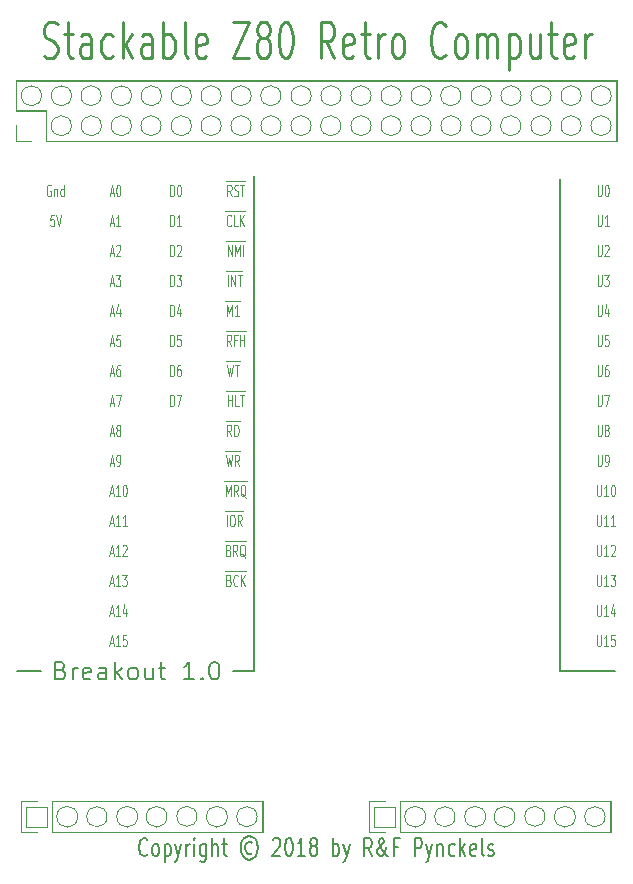
<source format=gto>
%TF.GenerationSoftware,KiCad,Pcbnew,(5.0.0)*%
%TF.CreationDate,2018-10-23T17:17:03+02:00*%
%TF.ProjectId,S80 Breakout 2in,53383020427265616B6F75742032696E,1.0*%
%TF.SameCoordinates,Original*%
%TF.FileFunction,Legend,Top*%
%TF.FilePolarity,Positive*%
%FSLAX46Y46*%
G04 Gerber Fmt 4.6, Leading zero omitted, Abs format (unit mm)*
G04 Created by KiCad (PCBNEW (5.0.0)) date 10/23/18 17:17:03*
%MOMM*%
%LPD*%
G01*
G04 APERTURE LIST*
%ADD10C,0.200000*%
%ADD11C,0.150000*%
%ADD12C,0.100000*%
%ADD13C,0.250000*%
%ADD14C,0.120000*%
G04 APERTURE END LIST*
D10*
X52832000Y-107950000D02*
X50800000Y-107950000D01*
X70866000Y-107950000D02*
X69088000Y-107950000D01*
D11*
X54531428Y-107863177D02*
X54745714Y-107934605D01*
X54817142Y-108006034D01*
X54888571Y-108148891D01*
X54888571Y-108363177D01*
X54817142Y-108506034D01*
X54745714Y-108577462D01*
X54602857Y-108648891D01*
X54031428Y-108648891D01*
X54031428Y-107148891D01*
X54531428Y-107148891D01*
X54674285Y-107220320D01*
X54745714Y-107291748D01*
X54817142Y-107434605D01*
X54817142Y-107577462D01*
X54745714Y-107720320D01*
X54674285Y-107791748D01*
X54531428Y-107863177D01*
X54031428Y-107863177D01*
X55531428Y-108648891D02*
X55531428Y-107648891D01*
X55531428Y-107934605D02*
X55602857Y-107791748D01*
X55674285Y-107720320D01*
X55817142Y-107648891D01*
X55960000Y-107648891D01*
X57031428Y-108577462D02*
X56888571Y-108648891D01*
X56602857Y-108648891D01*
X56460000Y-108577462D01*
X56388571Y-108434605D01*
X56388571Y-107863177D01*
X56460000Y-107720320D01*
X56602857Y-107648891D01*
X56888571Y-107648891D01*
X57031428Y-107720320D01*
X57102857Y-107863177D01*
X57102857Y-108006034D01*
X56388571Y-108148891D01*
X58388571Y-108648891D02*
X58388571Y-107863177D01*
X58317142Y-107720320D01*
X58174285Y-107648891D01*
X57888571Y-107648891D01*
X57745714Y-107720320D01*
X58388571Y-108577462D02*
X58245714Y-108648891D01*
X57888571Y-108648891D01*
X57745714Y-108577462D01*
X57674285Y-108434605D01*
X57674285Y-108291748D01*
X57745714Y-108148891D01*
X57888571Y-108077462D01*
X58245714Y-108077462D01*
X58388571Y-108006034D01*
X59102857Y-108648891D02*
X59102857Y-107148891D01*
X59245714Y-108077462D02*
X59674285Y-108648891D01*
X59674285Y-107648891D02*
X59102857Y-108220320D01*
X60531428Y-108648891D02*
X60388571Y-108577462D01*
X60317142Y-108506034D01*
X60245714Y-108363177D01*
X60245714Y-107934605D01*
X60317142Y-107791748D01*
X60388571Y-107720320D01*
X60531428Y-107648891D01*
X60745714Y-107648891D01*
X60888571Y-107720320D01*
X60960000Y-107791748D01*
X61031428Y-107934605D01*
X61031428Y-108363177D01*
X60960000Y-108506034D01*
X60888571Y-108577462D01*
X60745714Y-108648891D01*
X60531428Y-108648891D01*
X62317142Y-107648891D02*
X62317142Y-108648891D01*
X61674285Y-107648891D02*
X61674285Y-108434605D01*
X61745714Y-108577462D01*
X61888571Y-108648891D01*
X62102857Y-108648891D01*
X62245714Y-108577462D01*
X62317142Y-108506034D01*
X62817142Y-107648891D02*
X63388571Y-107648891D01*
X63031428Y-107148891D02*
X63031428Y-108434605D01*
X63102857Y-108577462D01*
X63245714Y-108648891D01*
X63388571Y-108648891D01*
X65817142Y-108648891D02*
X64960000Y-108648891D01*
X65388571Y-108648891D02*
X65388571Y-107148891D01*
X65245714Y-107363177D01*
X65102857Y-107506034D01*
X64960000Y-107577462D01*
X66460000Y-108506034D02*
X66531428Y-108577462D01*
X66460000Y-108648891D01*
X66388571Y-108577462D01*
X66460000Y-108506034D01*
X66460000Y-108648891D01*
X67460000Y-107148891D02*
X67602857Y-107148891D01*
X67745714Y-107220320D01*
X67817142Y-107291748D01*
X67888571Y-107434605D01*
X67960000Y-107720320D01*
X67960000Y-108077462D01*
X67888571Y-108363177D01*
X67817142Y-108506034D01*
X67745714Y-108577462D01*
X67602857Y-108648891D01*
X67460000Y-108648891D01*
X67317142Y-108577462D01*
X67245714Y-108506034D01*
X67174285Y-108363177D01*
X67102857Y-108077462D01*
X67102857Y-107720320D01*
X67174285Y-107434605D01*
X67245714Y-107291748D01*
X67317142Y-107220320D01*
X67460000Y-107148891D01*
D10*
X70866000Y-66040000D02*
X70866000Y-107950000D01*
X96774000Y-107950000D02*
X101473000Y-107950000D01*
X96774000Y-107950000D02*
X96774000Y-66294000D01*
D12*
X50749200Y-57965600D02*
X50749200Y-60505600D01*
X50749200Y-60505600D02*
X53289200Y-60505600D01*
X53289200Y-60505600D02*
X53289200Y-63045600D01*
X53289200Y-63045600D02*
X101549200Y-63045600D01*
X101549200Y-63045600D02*
X101549200Y-57965600D01*
X101549200Y-57965600D02*
X50749200Y-57965600D01*
X50749200Y-61775600D02*
X50749200Y-63045600D01*
X50749200Y-63045600D02*
X52019200Y-63045600D01*
X55422800Y-61775600D02*
G75*
G03X55422800Y-61775600I-853833J0D01*
G01*
X57962800Y-61775600D02*
G75*
G03X57962800Y-61775600I-853833J0D01*
G01*
X60502800Y-61775600D02*
G75*
G03X60502800Y-61775600I-853833J0D01*
G01*
X81940400Y-121596400D02*
X80619600Y-121596400D01*
X80619600Y-121596400D02*
X80619600Y-120275600D01*
X83235800Y-118954800D02*
X83235800Y-121571000D01*
X63017400Y-61775600D02*
G75*
G03X63017400Y-61775600I-853833J0D01*
G01*
X65582800Y-61775600D02*
G75*
G03X65582800Y-61775600I-853833J0D01*
G01*
X65582800Y-59235600D02*
G75*
G03X65582800Y-59235600I-853833J0D01*
G01*
X63042800Y-59235600D02*
G75*
G03X63042800Y-59235600I-853833J0D01*
G01*
X60508666Y-59235600D02*
G75*
G03X60508666Y-59235600I-853833J0D01*
G01*
X57943266Y-59235600D02*
G75*
G03X57943266Y-59235600I-853833J0D01*
G01*
X55428666Y-59235600D02*
G75*
G03X55428666Y-59235600I-853833J0D01*
G01*
X52888666Y-59235600D02*
G75*
G03X52888666Y-59235600I-853833J0D01*
G01*
X78257400Y-59235600D02*
G75*
G03X78257400Y-59235600I-853833J0D01*
G01*
X75717400Y-61775600D02*
G75*
G03X75717400Y-61775600I-853833J0D01*
G01*
X73177400Y-61775600D02*
G75*
G03X73177400Y-61775600I-853833J0D01*
G01*
X95519255Y-120250200D02*
G75*
G03X95519255Y-120250200I-853455J0D01*
G01*
X98094800Y-120275600D02*
G75*
G03X98094800Y-120275600I-889000J0D01*
G01*
X100609773Y-120275600D02*
G75*
G03X100609773Y-120275600I-863973J0D01*
G01*
X75723266Y-59235600D02*
G75*
G03X75723266Y-59235600I-853833J0D01*
G01*
X73157866Y-59235600D02*
G75*
G03X73157866Y-59235600I-853833J0D01*
G01*
X80797400Y-59235600D02*
G75*
G03X80797400Y-59235600I-853833J0D01*
G01*
X80797400Y-61775600D02*
G75*
G03X80797400Y-61775600I-853833J0D01*
G01*
X68103266Y-59235600D02*
G75*
G03X68103266Y-59235600I-853833J0D01*
G01*
X70637400Y-61775600D02*
G75*
G03X70637400Y-61775600I-853833J0D01*
G01*
X70643266Y-59235600D02*
G75*
G03X70643266Y-59235600I-853833J0D01*
G01*
X78232000Y-61775600D02*
G75*
G03X78232000Y-61775600I-853833J0D01*
G01*
X83343266Y-59235600D02*
G75*
G03X83343266Y-59235600I-853833J0D01*
G01*
X96037400Y-59235600D02*
G75*
G03X96037400Y-59235600I-853833J0D01*
G01*
X85883266Y-59235600D02*
G75*
G03X85883266Y-59235600I-853833J0D01*
G01*
X90957400Y-61775600D02*
G75*
G03X90957400Y-61775600I-853833J0D01*
G01*
X88417400Y-61775600D02*
G75*
G03X88417400Y-61775600I-853833J0D01*
G01*
X90963266Y-59235600D02*
G75*
G03X90963266Y-59235600I-853833J0D01*
G01*
X85877400Y-61775600D02*
G75*
G03X85877400Y-61775600I-853833J0D01*
G01*
X93472000Y-61775600D02*
G75*
G03X93472000Y-61775600I-853833J0D01*
G01*
X96037400Y-61775600D02*
G75*
G03X96037400Y-61775600I-853833J0D01*
G01*
X88397866Y-59235600D02*
G75*
G03X88397866Y-59235600I-853833J0D01*
G01*
X93497400Y-59235600D02*
G75*
G03X93497400Y-59235600I-853833J0D01*
G01*
X98583266Y-59235600D02*
G75*
G03X98583266Y-59235600I-853833J0D01*
G01*
X101123266Y-59235600D02*
G75*
G03X101123266Y-59235600I-853833J0D01*
G01*
X101117400Y-61775600D02*
G75*
G03X101117400Y-61775600I-853833J0D01*
G01*
X83343266Y-61775600D02*
G75*
G03X83343266Y-61775600I-853833J0D01*
G01*
X68103266Y-61775600D02*
G75*
G03X68103266Y-61775600I-853833J0D01*
G01*
X98583266Y-61775600D02*
G75*
G03X98583266Y-61775600I-853833J0D01*
G01*
X83235800Y-118954800D02*
X101066600Y-118980200D01*
X101066600Y-118980200D02*
X101066600Y-121596400D01*
X101066600Y-121596400D02*
X83235800Y-121571000D01*
X82829400Y-121139200D02*
X82829400Y-119412000D01*
X82829400Y-119412000D02*
X81076800Y-119412000D01*
X81076800Y-119412000D02*
X81076800Y-121139200D01*
X81076800Y-121139200D02*
X82829400Y-121139200D01*
X85419837Y-120275600D02*
G75*
G03X85419837Y-120275600I-888637J0D01*
G01*
X87905281Y-120275600D02*
G75*
G03X87905281Y-120275600I-859481J0D01*
G01*
X90495835Y-120275600D02*
G75*
G03X90495835Y-120275600I-884635J0D01*
G01*
X92976240Y-120275600D02*
G75*
G03X92976240Y-120275600I-875840J0D01*
G01*
D11*
X61848409Y-123471714D02*
X61796028Y-123543142D01*
X61638885Y-123614571D01*
X61534123Y-123614571D01*
X61376980Y-123543142D01*
X61272219Y-123400285D01*
X61219838Y-123257428D01*
X61167457Y-122971714D01*
X61167457Y-122757428D01*
X61219838Y-122471714D01*
X61272219Y-122328857D01*
X61376980Y-122186000D01*
X61534123Y-122114571D01*
X61638885Y-122114571D01*
X61796028Y-122186000D01*
X61848409Y-122257428D01*
X62476980Y-123614571D02*
X62372219Y-123543142D01*
X62319838Y-123471714D01*
X62267457Y-123328857D01*
X62267457Y-122900285D01*
X62319838Y-122757428D01*
X62372219Y-122686000D01*
X62476980Y-122614571D01*
X62634123Y-122614571D01*
X62738885Y-122686000D01*
X62791266Y-122757428D01*
X62843647Y-122900285D01*
X62843647Y-123328857D01*
X62791266Y-123471714D01*
X62738885Y-123543142D01*
X62634123Y-123614571D01*
X62476980Y-123614571D01*
X63315076Y-122614571D02*
X63315076Y-124114571D01*
X63315076Y-122686000D02*
X63419838Y-122614571D01*
X63629361Y-122614571D01*
X63734123Y-122686000D01*
X63786504Y-122757428D01*
X63838885Y-122900285D01*
X63838885Y-123328857D01*
X63786504Y-123471714D01*
X63734123Y-123543142D01*
X63629361Y-123614571D01*
X63419838Y-123614571D01*
X63315076Y-123543142D01*
X64205552Y-122614571D02*
X64467457Y-123614571D01*
X64729361Y-122614571D02*
X64467457Y-123614571D01*
X64362695Y-123971714D01*
X64310314Y-124043142D01*
X64205552Y-124114571D01*
X65148409Y-123614571D02*
X65148409Y-122614571D01*
X65148409Y-122900285D02*
X65200790Y-122757428D01*
X65253171Y-122686000D01*
X65357933Y-122614571D01*
X65462695Y-122614571D01*
X65829361Y-123614571D02*
X65829361Y-122614571D01*
X65829361Y-122114571D02*
X65776980Y-122186000D01*
X65829361Y-122257428D01*
X65881742Y-122186000D01*
X65829361Y-122114571D01*
X65829361Y-122257428D01*
X66824599Y-122614571D02*
X66824599Y-123828857D01*
X66772219Y-123971714D01*
X66719838Y-124043142D01*
X66615076Y-124114571D01*
X66457933Y-124114571D01*
X66353171Y-124043142D01*
X66824599Y-123543142D02*
X66719838Y-123614571D01*
X66510314Y-123614571D01*
X66405552Y-123543142D01*
X66353171Y-123471714D01*
X66300790Y-123328857D01*
X66300790Y-122900285D01*
X66353171Y-122757428D01*
X66405552Y-122686000D01*
X66510314Y-122614571D01*
X66719838Y-122614571D01*
X66824599Y-122686000D01*
X67348409Y-123614571D02*
X67348409Y-122114571D01*
X67819838Y-123614571D02*
X67819838Y-122828857D01*
X67767457Y-122686000D01*
X67662695Y-122614571D01*
X67505552Y-122614571D01*
X67400790Y-122686000D01*
X67348409Y-122757428D01*
X68186504Y-122614571D02*
X68605552Y-122614571D01*
X68343647Y-122114571D02*
X68343647Y-123400285D01*
X68396028Y-123543142D01*
X68500790Y-123614571D01*
X68605552Y-123614571D01*
X70700790Y-122471714D02*
X70596028Y-122400285D01*
X70386504Y-122400285D01*
X70281742Y-122471714D01*
X70176980Y-122614571D01*
X70124600Y-122757428D01*
X70124600Y-123043142D01*
X70176980Y-123186000D01*
X70281742Y-123328857D01*
X70386504Y-123400285D01*
X70596028Y-123400285D01*
X70700790Y-123328857D01*
X70491266Y-121900285D02*
X70229361Y-121971714D01*
X69967457Y-122186000D01*
X69810314Y-122543142D01*
X69757933Y-122900285D01*
X69810314Y-123257428D01*
X69967457Y-123614571D01*
X70229361Y-123828857D01*
X70491266Y-123900285D01*
X70753171Y-123828857D01*
X71015076Y-123614571D01*
X71172219Y-123257428D01*
X71224600Y-122900285D01*
X71172219Y-122543142D01*
X71015076Y-122186000D01*
X70753171Y-121971714D01*
X70491266Y-121900285D01*
X72481742Y-122257428D02*
X72534123Y-122186000D01*
X72638885Y-122114571D01*
X72900790Y-122114571D01*
X73005552Y-122186000D01*
X73057933Y-122257428D01*
X73110314Y-122400285D01*
X73110314Y-122543142D01*
X73057933Y-122757428D01*
X72429361Y-123614571D01*
X73110314Y-123614571D01*
X73791266Y-122114571D02*
X73896028Y-122114571D01*
X74000790Y-122186000D01*
X74053171Y-122257428D01*
X74105552Y-122400285D01*
X74157933Y-122686000D01*
X74157933Y-123043142D01*
X74105552Y-123328857D01*
X74053171Y-123471714D01*
X74000790Y-123543142D01*
X73896028Y-123614571D01*
X73791266Y-123614571D01*
X73686504Y-123543142D01*
X73634123Y-123471714D01*
X73581742Y-123328857D01*
X73529361Y-123043142D01*
X73529361Y-122686000D01*
X73581742Y-122400285D01*
X73634123Y-122257428D01*
X73686504Y-122186000D01*
X73791266Y-122114571D01*
X75205552Y-123614571D02*
X74576980Y-123614571D01*
X74891266Y-123614571D02*
X74891266Y-122114571D01*
X74786504Y-122328857D01*
X74681742Y-122471714D01*
X74576980Y-122543142D01*
X75834123Y-122757428D02*
X75729361Y-122686000D01*
X75676980Y-122614571D01*
X75624600Y-122471714D01*
X75624600Y-122400285D01*
X75676980Y-122257428D01*
X75729361Y-122186000D01*
X75834123Y-122114571D01*
X76043647Y-122114571D01*
X76148409Y-122186000D01*
X76200790Y-122257428D01*
X76253171Y-122400285D01*
X76253171Y-122471714D01*
X76200790Y-122614571D01*
X76148409Y-122686000D01*
X76043647Y-122757428D01*
X75834123Y-122757428D01*
X75729361Y-122828857D01*
X75676980Y-122900285D01*
X75624600Y-123043142D01*
X75624600Y-123328857D01*
X75676980Y-123471714D01*
X75729361Y-123543142D01*
X75834123Y-123614571D01*
X76043647Y-123614571D01*
X76148409Y-123543142D01*
X76200790Y-123471714D01*
X76253171Y-123328857D01*
X76253171Y-123043142D01*
X76200790Y-122900285D01*
X76148409Y-122828857D01*
X76043647Y-122757428D01*
X77562695Y-123614571D02*
X77562695Y-122114571D01*
X77562695Y-122686000D02*
X77667457Y-122614571D01*
X77876980Y-122614571D01*
X77981742Y-122686000D01*
X78034123Y-122757428D01*
X78086504Y-122900285D01*
X78086504Y-123328857D01*
X78034123Y-123471714D01*
X77981742Y-123543142D01*
X77876980Y-123614571D01*
X77667457Y-123614571D01*
X77562695Y-123543142D01*
X78453171Y-122614571D02*
X78715076Y-123614571D01*
X78976980Y-122614571D02*
X78715076Y-123614571D01*
X78610314Y-123971714D01*
X78557933Y-124043142D01*
X78453171Y-124114571D01*
X80862695Y-123614571D02*
X80496028Y-122900285D01*
X80234123Y-123614571D02*
X80234123Y-122114571D01*
X80653171Y-122114571D01*
X80757933Y-122186000D01*
X80810314Y-122257428D01*
X80862695Y-122400285D01*
X80862695Y-122614571D01*
X80810314Y-122757428D01*
X80757933Y-122828857D01*
X80653171Y-122900285D01*
X80234123Y-122900285D01*
X82224600Y-123614571D02*
X82172219Y-123614571D01*
X82067457Y-123543142D01*
X81910314Y-123328857D01*
X81648409Y-122900285D01*
X81543647Y-122686000D01*
X81491266Y-122471714D01*
X81491266Y-122328857D01*
X81543647Y-122186000D01*
X81648409Y-122114571D01*
X81700790Y-122114571D01*
X81805552Y-122186000D01*
X81857933Y-122328857D01*
X81857933Y-122400285D01*
X81805552Y-122543142D01*
X81753171Y-122614571D01*
X81438885Y-122900285D01*
X81386504Y-122971714D01*
X81334123Y-123114571D01*
X81334123Y-123328857D01*
X81386504Y-123471714D01*
X81438885Y-123543142D01*
X81543647Y-123614571D01*
X81700790Y-123614571D01*
X81805552Y-123543142D01*
X81857933Y-123471714D01*
X82015076Y-123186000D01*
X82067457Y-122971714D01*
X82067457Y-122828857D01*
X83062695Y-122828857D02*
X82696028Y-122828857D01*
X82696028Y-123614571D02*
X82696028Y-122114571D01*
X83219838Y-122114571D01*
X84476980Y-123614571D02*
X84476980Y-122114571D01*
X84896028Y-122114571D01*
X85000790Y-122186000D01*
X85053171Y-122257428D01*
X85105552Y-122400285D01*
X85105552Y-122614571D01*
X85053171Y-122757428D01*
X85000790Y-122828857D01*
X84896028Y-122900285D01*
X84476980Y-122900285D01*
X85472219Y-122614571D02*
X85734123Y-123614571D01*
X85996028Y-122614571D02*
X85734123Y-123614571D01*
X85629361Y-123971714D01*
X85576980Y-124043142D01*
X85472219Y-124114571D01*
X86415076Y-122614571D02*
X86415076Y-123614571D01*
X86415076Y-122757428D02*
X86467457Y-122686000D01*
X86572219Y-122614571D01*
X86729361Y-122614571D01*
X86834123Y-122686000D01*
X86886504Y-122828857D01*
X86886504Y-123614571D01*
X87881742Y-123543142D02*
X87776980Y-123614571D01*
X87567457Y-123614571D01*
X87462695Y-123543142D01*
X87410314Y-123471714D01*
X87357933Y-123328857D01*
X87357933Y-122900285D01*
X87410314Y-122757428D01*
X87462695Y-122686000D01*
X87567457Y-122614571D01*
X87776980Y-122614571D01*
X87881742Y-122686000D01*
X88353171Y-123614571D02*
X88353171Y-122114571D01*
X88457933Y-123043142D02*
X88772219Y-123614571D01*
X88772219Y-122614571D02*
X88353171Y-123186000D01*
X89662695Y-123543142D02*
X89557933Y-123614571D01*
X89348409Y-123614571D01*
X89243647Y-123543142D01*
X89191266Y-123400285D01*
X89191266Y-122828857D01*
X89243647Y-122686000D01*
X89348409Y-122614571D01*
X89557933Y-122614571D01*
X89662695Y-122686000D01*
X89715076Y-122828857D01*
X89715076Y-122971714D01*
X89191266Y-123114571D01*
X90343647Y-123614571D02*
X90238885Y-123543142D01*
X90186504Y-123400285D01*
X90186504Y-122114571D01*
X90710314Y-123543142D02*
X90815076Y-123614571D01*
X91024600Y-123614571D01*
X91129361Y-123543142D01*
X91181742Y-123400285D01*
X91181742Y-123328857D01*
X91129361Y-123186000D01*
X91024600Y-123114571D01*
X90867457Y-123114571D01*
X90762695Y-123043142D01*
X90710314Y-122900285D01*
X90710314Y-122828857D01*
X90762695Y-122686000D01*
X90867457Y-122614571D01*
X91024600Y-122614571D01*
X91129361Y-122686000D01*
D12*
X55955837Y-120275600D02*
G75*
G03X55955837Y-120275600I-888637J0D01*
G01*
X51612800Y-121139200D02*
X53365400Y-121139200D01*
X61031835Y-120275600D02*
G75*
G03X61031835Y-120275600I-884635J0D01*
G01*
X51612800Y-119412000D02*
X51612800Y-121139200D01*
X53365400Y-119412000D02*
X51612800Y-119412000D01*
X53365400Y-121139200D02*
X53365400Y-119412000D01*
X66055255Y-120250200D02*
G75*
G03X66055255Y-120250200I-853455J0D01*
G01*
X63512240Y-120275600D02*
G75*
G03X63512240Y-120275600I-875840J0D01*
G01*
X71145773Y-120275600D02*
G75*
G03X71145773Y-120275600I-863973J0D01*
G01*
X68630800Y-120275600D02*
G75*
G03X68630800Y-120275600I-889000J0D01*
G01*
X58441281Y-120275600D02*
G75*
G03X58441281Y-120275600I-859481J0D01*
G01*
X71602600Y-121596400D02*
X53771800Y-121571000D01*
X51155600Y-121596400D02*
X51155600Y-120275600D01*
X71602600Y-118980200D02*
X71602600Y-121596400D01*
X52476400Y-121596400D02*
X51155600Y-121596400D01*
X53771800Y-118954800D02*
X71602600Y-118980200D01*
X53771800Y-118954800D02*
X53771800Y-121571000D01*
D13*
X53104761Y-55884485D02*
X53390476Y-56027342D01*
X53866666Y-56027342D01*
X54057142Y-55884485D01*
X54152380Y-55741628D01*
X54247619Y-55455914D01*
X54247619Y-55170200D01*
X54152380Y-54884485D01*
X54057142Y-54741628D01*
X53866666Y-54598771D01*
X53485714Y-54455914D01*
X53295238Y-54313057D01*
X53200000Y-54170200D01*
X53104761Y-53884485D01*
X53104761Y-53598771D01*
X53200000Y-53313057D01*
X53295238Y-53170200D01*
X53485714Y-53027342D01*
X53961904Y-53027342D01*
X54247619Y-53170200D01*
X54819047Y-54027342D02*
X55580952Y-54027342D01*
X55104761Y-53027342D02*
X55104761Y-55598771D01*
X55200000Y-55884485D01*
X55390476Y-56027342D01*
X55580952Y-56027342D01*
X57104761Y-56027342D02*
X57104761Y-54455914D01*
X57009523Y-54170200D01*
X56819047Y-54027342D01*
X56438095Y-54027342D01*
X56247619Y-54170200D01*
X57104761Y-55884485D02*
X56914285Y-56027342D01*
X56438095Y-56027342D01*
X56247619Y-55884485D01*
X56152380Y-55598771D01*
X56152380Y-55313057D01*
X56247619Y-55027342D01*
X56438095Y-54884485D01*
X56914285Y-54884485D01*
X57104761Y-54741628D01*
X58914285Y-55884485D02*
X58723809Y-56027342D01*
X58342857Y-56027342D01*
X58152380Y-55884485D01*
X58057142Y-55741628D01*
X57961904Y-55455914D01*
X57961904Y-54598771D01*
X58057142Y-54313057D01*
X58152380Y-54170200D01*
X58342857Y-54027342D01*
X58723809Y-54027342D01*
X58914285Y-54170200D01*
X59771428Y-56027342D02*
X59771428Y-53027342D01*
X59961904Y-54884485D02*
X60533333Y-56027342D01*
X60533333Y-54027342D02*
X59771428Y-55170200D01*
X62247619Y-56027342D02*
X62247619Y-54455914D01*
X62152380Y-54170200D01*
X61961904Y-54027342D01*
X61580952Y-54027342D01*
X61390476Y-54170200D01*
X62247619Y-55884485D02*
X62057142Y-56027342D01*
X61580952Y-56027342D01*
X61390476Y-55884485D01*
X61295238Y-55598771D01*
X61295238Y-55313057D01*
X61390476Y-55027342D01*
X61580952Y-54884485D01*
X62057142Y-54884485D01*
X62247619Y-54741628D01*
X63200000Y-56027342D02*
X63200000Y-53027342D01*
X63200000Y-54170200D02*
X63390476Y-54027342D01*
X63771428Y-54027342D01*
X63961904Y-54170200D01*
X64057142Y-54313057D01*
X64152380Y-54598771D01*
X64152380Y-55455914D01*
X64057142Y-55741628D01*
X63961904Y-55884485D01*
X63771428Y-56027342D01*
X63390476Y-56027342D01*
X63200000Y-55884485D01*
X65295238Y-56027342D02*
X65104761Y-55884485D01*
X65009523Y-55598771D01*
X65009523Y-53027342D01*
X66819047Y-55884485D02*
X66628571Y-56027342D01*
X66247619Y-56027342D01*
X66057142Y-55884485D01*
X65961904Y-55598771D01*
X65961904Y-54455914D01*
X66057142Y-54170200D01*
X66247619Y-54027342D01*
X66628571Y-54027342D01*
X66819047Y-54170200D01*
X66914285Y-54455914D01*
X66914285Y-54741628D01*
X65961904Y-55027342D01*
X69104761Y-53027342D02*
X70438095Y-53027342D01*
X69104761Y-56027342D01*
X70438095Y-56027342D01*
X71485714Y-54313057D02*
X71295238Y-54170200D01*
X71200000Y-54027342D01*
X71104761Y-53741628D01*
X71104761Y-53598771D01*
X71200000Y-53313057D01*
X71295238Y-53170200D01*
X71485714Y-53027342D01*
X71866666Y-53027342D01*
X72057142Y-53170200D01*
X72152380Y-53313057D01*
X72247619Y-53598771D01*
X72247619Y-53741628D01*
X72152380Y-54027342D01*
X72057142Y-54170200D01*
X71866666Y-54313057D01*
X71485714Y-54313057D01*
X71295238Y-54455914D01*
X71200000Y-54598771D01*
X71104761Y-54884485D01*
X71104761Y-55455914D01*
X71200000Y-55741628D01*
X71295238Y-55884485D01*
X71485714Y-56027342D01*
X71866666Y-56027342D01*
X72057142Y-55884485D01*
X72152380Y-55741628D01*
X72247619Y-55455914D01*
X72247619Y-54884485D01*
X72152380Y-54598771D01*
X72057142Y-54455914D01*
X71866666Y-54313057D01*
X73485714Y-53027342D02*
X73676190Y-53027342D01*
X73866666Y-53170200D01*
X73961904Y-53313057D01*
X74057142Y-53598771D01*
X74152380Y-54170200D01*
X74152380Y-54884485D01*
X74057142Y-55455914D01*
X73961904Y-55741628D01*
X73866666Y-55884485D01*
X73676190Y-56027342D01*
X73485714Y-56027342D01*
X73295238Y-55884485D01*
X73200000Y-55741628D01*
X73104761Y-55455914D01*
X73009523Y-54884485D01*
X73009523Y-54170200D01*
X73104761Y-53598771D01*
X73200000Y-53313057D01*
X73295238Y-53170200D01*
X73485714Y-53027342D01*
X77676190Y-56027342D02*
X77009523Y-54598771D01*
X76533333Y-56027342D02*
X76533333Y-53027342D01*
X77295238Y-53027342D01*
X77485714Y-53170200D01*
X77580952Y-53313057D01*
X77676190Y-53598771D01*
X77676190Y-54027342D01*
X77580952Y-54313057D01*
X77485714Y-54455914D01*
X77295238Y-54598771D01*
X76533333Y-54598771D01*
X79295238Y-55884485D02*
X79104761Y-56027342D01*
X78723809Y-56027342D01*
X78533333Y-55884485D01*
X78438095Y-55598771D01*
X78438095Y-54455914D01*
X78533333Y-54170200D01*
X78723809Y-54027342D01*
X79104761Y-54027342D01*
X79295238Y-54170200D01*
X79390476Y-54455914D01*
X79390476Y-54741628D01*
X78438095Y-55027342D01*
X79961904Y-54027342D02*
X80723809Y-54027342D01*
X80247619Y-53027342D02*
X80247619Y-55598771D01*
X80342857Y-55884485D01*
X80533333Y-56027342D01*
X80723809Y-56027342D01*
X81390476Y-56027342D02*
X81390476Y-54027342D01*
X81390476Y-54598771D02*
X81485714Y-54313057D01*
X81580952Y-54170200D01*
X81771428Y-54027342D01*
X81961904Y-54027342D01*
X82914285Y-56027342D02*
X82723809Y-55884485D01*
X82628571Y-55741628D01*
X82533333Y-55455914D01*
X82533333Y-54598771D01*
X82628571Y-54313057D01*
X82723809Y-54170200D01*
X82914285Y-54027342D01*
X83200000Y-54027342D01*
X83390476Y-54170200D01*
X83485714Y-54313057D01*
X83580952Y-54598771D01*
X83580952Y-55455914D01*
X83485714Y-55741628D01*
X83390476Y-55884485D01*
X83200000Y-56027342D01*
X82914285Y-56027342D01*
X87104761Y-55741628D02*
X87009523Y-55884485D01*
X86723809Y-56027342D01*
X86533333Y-56027342D01*
X86247619Y-55884485D01*
X86057142Y-55598771D01*
X85961904Y-55313057D01*
X85866666Y-54741628D01*
X85866666Y-54313057D01*
X85961904Y-53741628D01*
X86057142Y-53455914D01*
X86247619Y-53170200D01*
X86533333Y-53027342D01*
X86723809Y-53027342D01*
X87009523Y-53170200D01*
X87104761Y-53313057D01*
X88247619Y-56027342D02*
X88057142Y-55884485D01*
X87961904Y-55741628D01*
X87866666Y-55455914D01*
X87866666Y-54598771D01*
X87961904Y-54313057D01*
X88057142Y-54170200D01*
X88247619Y-54027342D01*
X88533333Y-54027342D01*
X88723809Y-54170200D01*
X88819047Y-54313057D01*
X88914285Y-54598771D01*
X88914285Y-55455914D01*
X88819047Y-55741628D01*
X88723809Y-55884485D01*
X88533333Y-56027342D01*
X88247619Y-56027342D01*
X89771428Y-56027342D02*
X89771428Y-54027342D01*
X89771428Y-54313057D02*
X89866666Y-54170200D01*
X90057142Y-54027342D01*
X90342857Y-54027342D01*
X90533333Y-54170200D01*
X90628571Y-54455914D01*
X90628571Y-56027342D01*
X90628571Y-54455914D02*
X90723809Y-54170200D01*
X90914285Y-54027342D01*
X91199999Y-54027342D01*
X91390476Y-54170200D01*
X91485714Y-54455914D01*
X91485714Y-56027342D01*
X92438095Y-54027342D02*
X92438095Y-57027342D01*
X92438095Y-54170200D02*
X92628571Y-54027342D01*
X93009523Y-54027342D01*
X93199999Y-54170200D01*
X93295238Y-54313057D01*
X93390476Y-54598771D01*
X93390476Y-55455914D01*
X93295238Y-55741628D01*
X93199999Y-55884485D01*
X93009523Y-56027342D01*
X92628571Y-56027342D01*
X92438095Y-55884485D01*
X95104761Y-54027342D02*
X95104761Y-56027342D01*
X94247619Y-54027342D02*
X94247619Y-55598771D01*
X94342857Y-55884485D01*
X94533333Y-56027342D01*
X94819047Y-56027342D01*
X95009523Y-55884485D01*
X95104761Y-55741628D01*
X95771428Y-54027342D02*
X96533333Y-54027342D01*
X96057142Y-53027342D02*
X96057142Y-55598771D01*
X96152380Y-55884485D01*
X96342857Y-56027342D01*
X96533333Y-56027342D01*
X97961904Y-55884485D02*
X97771428Y-56027342D01*
X97390476Y-56027342D01*
X97199999Y-55884485D01*
X97104761Y-55598771D01*
X97104761Y-54455914D01*
X97199999Y-54170200D01*
X97390476Y-54027342D01*
X97771428Y-54027342D01*
X97961904Y-54170200D01*
X98057142Y-54455914D01*
X98057142Y-54741628D01*
X97104761Y-55027342D01*
X98914285Y-56027342D02*
X98914285Y-54027342D01*
X98914285Y-54598771D02*
X99009523Y-54313057D01*
X99104761Y-54170200D01*
X99295238Y-54027342D01*
X99485714Y-54027342D01*
D14*
X50714600Y-61747400D02*
X50714600Y-63077400D01*
X50714600Y-63077400D02*
X52044600Y-63077400D01*
X50714600Y-60477400D02*
X53314600Y-60477400D01*
X53314600Y-60477400D02*
X53314600Y-63077400D01*
X53314600Y-63077400D02*
X101634600Y-63077400D01*
X101634600Y-57877400D02*
X101634600Y-63077400D01*
X50714600Y-57877400D02*
X101634600Y-57877400D01*
X50714600Y-57877400D02*
X50714600Y-60477400D01*
X51171800Y-120269000D02*
X51171800Y-118939000D01*
X51171800Y-118939000D02*
X52501800Y-118939000D01*
X53771800Y-118939000D02*
X71611800Y-118939000D01*
X71611800Y-121599000D02*
X71611800Y-118939000D01*
X53771800Y-121599000D02*
X71611800Y-121599000D01*
X53771800Y-121599000D02*
X53771800Y-118939000D01*
X80635800Y-120269000D02*
X80635800Y-118939000D01*
X80635800Y-118939000D02*
X81965800Y-118939000D01*
X83235800Y-118939000D02*
X101075800Y-118939000D01*
X101075800Y-121599000D02*
X101075800Y-118939000D01*
X83235800Y-121599000D02*
X101075800Y-121599000D01*
X83235800Y-121599000D02*
X83235800Y-118939000D01*
D12*
X58721428Y-67476666D02*
X59007142Y-67476666D01*
X58664285Y-67762380D02*
X58864285Y-66762380D01*
X59064285Y-67762380D01*
X59378571Y-66762380D02*
X59435714Y-66762380D01*
X59492857Y-66810000D01*
X59521428Y-66857619D01*
X59550000Y-66952857D01*
X59578571Y-67143333D01*
X59578571Y-67381428D01*
X59550000Y-67571904D01*
X59521428Y-67667142D01*
X59492857Y-67714761D01*
X59435714Y-67762380D01*
X59378571Y-67762380D01*
X59321428Y-67714761D01*
X59292857Y-67667142D01*
X59264285Y-67571904D01*
X59235714Y-67381428D01*
X59235714Y-67143333D01*
X59264285Y-66952857D01*
X59292857Y-66857619D01*
X59321428Y-66810000D01*
X59378571Y-66762380D01*
X58721428Y-70016666D02*
X59007142Y-70016666D01*
X58664285Y-70302380D02*
X58864285Y-69302380D01*
X59064285Y-70302380D01*
X59578571Y-70302380D02*
X59235714Y-70302380D01*
X59407142Y-70302380D02*
X59407142Y-69302380D01*
X59350000Y-69445238D01*
X59292857Y-69540476D01*
X59235714Y-69588095D01*
X58721428Y-72556666D02*
X59007142Y-72556666D01*
X58664285Y-72842380D02*
X58864285Y-71842380D01*
X59064285Y-72842380D01*
X59235714Y-71937619D02*
X59264285Y-71890000D01*
X59321428Y-71842380D01*
X59464285Y-71842380D01*
X59521428Y-71890000D01*
X59550000Y-71937619D01*
X59578571Y-72032857D01*
X59578571Y-72128095D01*
X59550000Y-72270952D01*
X59207142Y-72842380D01*
X59578571Y-72842380D01*
X58721428Y-75096666D02*
X59007142Y-75096666D01*
X58664285Y-75382380D02*
X58864285Y-74382380D01*
X59064285Y-75382380D01*
X59207142Y-74382380D02*
X59578571Y-74382380D01*
X59378571Y-74763333D01*
X59464285Y-74763333D01*
X59521428Y-74810952D01*
X59550000Y-74858571D01*
X59578571Y-74953809D01*
X59578571Y-75191904D01*
X59550000Y-75287142D01*
X59521428Y-75334761D01*
X59464285Y-75382380D01*
X59292857Y-75382380D01*
X59235714Y-75334761D01*
X59207142Y-75287142D01*
X58721428Y-77636666D02*
X59007142Y-77636666D01*
X58664285Y-77922380D02*
X58864285Y-76922380D01*
X59064285Y-77922380D01*
X59521428Y-77255714D02*
X59521428Y-77922380D01*
X59378571Y-76874761D02*
X59235714Y-77589047D01*
X59607142Y-77589047D01*
X58721428Y-80176666D02*
X59007142Y-80176666D01*
X58664285Y-80462380D02*
X58864285Y-79462380D01*
X59064285Y-80462380D01*
X59550000Y-79462380D02*
X59264285Y-79462380D01*
X59235714Y-79938571D01*
X59264285Y-79890952D01*
X59321428Y-79843333D01*
X59464285Y-79843333D01*
X59521428Y-79890952D01*
X59550000Y-79938571D01*
X59578571Y-80033809D01*
X59578571Y-80271904D01*
X59550000Y-80367142D01*
X59521428Y-80414761D01*
X59464285Y-80462380D01*
X59321428Y-80462380D01*
X59264285Y-80414761D01*
X59235714Y-80367142D01*
X58721428Y-82716666D02*
X59007142Y-82716666D01*
X58664285Y-83002380D02*
X58864285Y-82002380D01*
X59064285Y-83002380D01*
X59521428Y-82002380D02*
X59407142Y-82002380D01*
X59350000Y-82050000D01*
X59321428Y-82097619D01*
X59264285Y-82240476D01*
X59235714Y-82430952D01*
X59235714Y-82811904D01*
X59264285Y-82907142D01*
X59292857Y-82954761D01*
X59350000Y-83002380D01*
X59464285Y-83002380D01*
X59521428Y-82954761D01*
X59550000Y-82907142D01*
X59578571Y-82811904D01*
X59578571Y-82573809D01*
X59550000Y-82478571D01*
X59521428Y-82430952D01*
X59464285Y-82383333D01*
X59350000Y-82383333D01*
X59292857Y-82430952D01*
X59264285Y-82478571D01*
X59235714Y-82573809D01*
X58721428Y-85256666D02*
X59007142Y-85256666D01*
X58664285Y-85542380D02*
X58864285Y-84542380D01*
X59064285Y-85542380D01*
X59207142Y-84542380D02*
X59607142Y-84542380D01*
X59350000Y-85542380D01*
X58721428Y-87796666D02*
X59007142Y-87796666D01*
X58664285Y-88082380D02*
X58864285Y-87082380D01*
X59064285Y-88082380D01*
X59350000Y-87510952D02*
X59292857Y-87463333D01*
X59264285Y-87415714D01*
X59235714Y-87320476D01*
X59235714Y-87272857D01*
X59264285Y-87177619D01*
X59292857Y-87130000D01*
X59350000Y-87082380D01*
X59464285Y-87082380D01*
X59521428Y-87130000D01*
X59550000Y-87177619D01*
X59578571Y-87272857D01*
X59578571Y-87320476D01*
X59550000Y-87415714D01*
X59521428Y-87463333D01*
X59464285Y-87510952D01*
X59350000Y-87510952D01*
X59292857Y-87558571D01*
X59264285Y-87606190D01*
X59235714Y-87701428D01*
X59235714Y-87891904D01*
X59264285Y-87987142D01*
X59292857Y-88034761D01*
X59350000Y-88082380D01*
X59464285Y-88082380D01*
X59521428Y-88034761D01*
X59550000Y-87987142D01*
X59578571Y-87891904D01*
X59578571Y-87701428D01*
X59550000Y-87606190D01*
X59521428Y-87558571D01*
X59464285Y-87510952D01*
X58721428Y-90336666D02*
X59007142Y-90336666D01*
X58664285Y-90622380D02*
X58864285Y-89622380D01*
X59064285Y-90622380D01*
X59292857Y-90622380D02*
X59407142Y-90622380D01*
X59464285Y-90574761D01*
X59492857Y-90527142D01*
X59550000Y-90384285D01*
X59578571Y-90193809D01*
X59578571Y-89812857D01*
X59550000Y-89717619D01*
X59521428Y-89670000D01*
X59464285Y-89622380D01*
X59350000Y-89622380D01*
X59292857Y-89670000D01*
X59264285Y-89717619D01*
X59235714Y-89812857D01*
X59235714Y-90050952D01*
X59264285Y-90146190D01*
X59292857Y-90193809D01*
X59350000Y-90241428D01*
X59464285Y-90241428D01*
X59521428Y-90193809D01*
X59550000Y-90146190D01*
X59578571Y-90050952D01*
X58685714Y-92876666D02*
X58971428Y-92876666D01*
X58628571Y-93162380D02*
X58828571Y-92162380D01*
X59028571Y-93162380D01*
X59542857Y-93162380D02*
X59200000Y-93162380D01*
X59371428Y-93162380D02*
X59371428Y-92162380D01*
X59314285Y-92305238D01*
X59257142Y-92400476D01*
X59200000Y-92448095D01*
X59914285Y-92162380D02*
X59971428Y-92162380D01*
X60028571Y-92210000D01*
X60057142Y-92257619D01*
X60085714Y-92352857D01*
X60114285Y-92543333D01*
X60114285Y-92781428D01*
X60085714Y-92971904D01*
X60057142Y-93067142D01*
X60028571Y-93114761D01*
X59971428Y-93162380D01*
X59914285Y-93162380D01*
X59857142Y-93114761D01*
X59828571Y-93067142D01*
X59800000Y-92971904D01*
X59771428Y-92781428D01*
X59771428Y-92543333D01*
X59800000Y-92352857D01*
X59828571Y-92257619D01*
X59857142Y-92210000D01*
X59914285Y-92162380D01*
X58685714Y-95416666D02*
X58971428Y-95416666D01*
X58628571Y-95702380D02*
X58828571Y-94702380D01*
X59028571Y-95702380D01*
X59542857Y-95702380D02*
X59200000Y-95702380D01*
X59371428Y-95702380D02*
X59371428Y-94702380D01*
X59314285Y-94845238D01*
X59257142Y-94940476D01*
X59200000Y-94988095D01*
X60114285Y-95702380D02*
X59771428Y-95702380D01*
X59942857Y-95702380D02*
X59942857Y-94702380D01*
X59885714Y-94845238D01*
X59828571Y-94940476D01*
X59771428Y-94988095D01*
X58685714Y-97956666D02*
X58971428Y-97956666D01*
X58628571Y-98242380D02*
X58828571Y-97242380D01*
X59028571Y-98242380D01*
X59542857Y-98242380D02*
X59200000Y-98242380D01*
X59371428Y-98242380D02*
X59371428Y-97242380D01*
X59314285Y-97385238D01*
X59257142Y-97480476D01*
X59200000Y-97528095D01*
X59771428Y-97337619D02*
X59800000Y-97290000D01*
X59857142Y-97242380D01*
X60000000Y-97242380D01*
X60057142Y-97290000D01*
X60085714Y-97337619D01*
X60114285Y-97432857D01*
X60114285Y-97528095D01*
X60085714Y-97670952D01*
X59742857Y-98242380D01*
X60114285Y-98242380D01*
X58685714Y-100496666D02*
X58971428Y-100496666D01*
X58628571Y-100782380D02*
X58828571Y-99782380D01*
X59028571Y-100782380D01*
X59542857Y-100782380D02*
X59200000Y-100782380D01*
X59371428Y-100782380D02*
X59371428Y-99782380D01*
X59314285Y-99925238D01*
X59257142Y-100020476D01*
X59200000Y-100068095D01*
X59742857Y-99782380D02*
X60114285Y-99782380D01*
X59914285Y-100163333D01*
X60000000Y-100163333D01*
X60057142Y-100210952D01*
X60085714Y-100258571D01*
X60114285Y-100353809D01*
X60114285Y-100591904D01*
X60085714Y-100687142D01*
X60057142Y-100734761D01*
X60000000Y-100782380D01*
X59828571Y-100782380D01*
X59771428Y-100734761D01*
X59742857Y-100687142D01*
X58685714Y-103036666D02*
X58971428Y-103036666D01*
X58628571Y-103322380D02*
X58828571Y-102322380D01*
X59028571Y-103322380D01*
X59542857Y-103322380D02*
X59200000Y-103322380D01*
X59371428Y-103322380D02*
X59371428Y-102322380D01*
X59314285Y-102465238D01*
X59257142Y-102560476D01*
X59200000Y-102608095D01*
X60057142Y-102655714D02*
X60057142Y-103322380D01*
X59914285Y-102274761D02*
X59771428Y-102989047D01*
X60142857Y-102989047D01*
X58685714Y-105576666D02*
X58971428Y-105576666D01*
X58628571Y-105862380D02*
X58828571Y-104862380D01*
X59028571Y-105862380D01*
X59542857Y-105862380D02*
X59200000Y-105862380D01*
X59371428Y-105862380D02*
X59371428Y-104862380D01*
X59314285Y-105005238D01*
X59257142Y-105100476D01*
X59200000Y-105148095D01*
X60085714Y-104862380D02*
X59800000Y-104862380D01*
X59771428Y-105338571D01*
X59800000Y-105290952D01*
X59857142Y-105243333D01*
X60000000Y-105243333D01*
X60057142Y-105290952D01*
X60085714Y-105338571D01*
X60114285Y-105433809D01*
X60114285Y-105671904D01*
X60085714Y-105767142D01*
X60057142Y-105814761D01*
X60000000Y-105862380D01*
X59857142Y-105862380D01*
X59800000Y-105814761D01*
X59771428Y-105767142D01*
X63787142Y-67762380D02*
X63787142Y-66762380D01*
X63930000Y-66762380D01*
X64015714Y-66810000D01*
X64072857Y-66905238D01*
X64101428Y-67000476D01*
X64130000Y-67190952D01*
X64130000Y-67333809D01*
X64101428Y-67524285D01*
X64072857Y-67619523D01*
X64015714Y-67714761D01*
X63930000Y-67762380D01*
X63787142Y-67762380D01*
X64501428Y-66762380D02*
X64558571Y-66762380D01*
X64615714Y-66810000D01*
X64644285Y-66857619D01*
X64672857Y-66952857D01*
X64701428Y-67143333D01*
X64701428Y-67381428D01*
X64672857Y-67571904D01*
X64644285Y-67667142D01*
X64615714Y-67714761D01*
X64558571Y-67762380D01*
X64501428Y-67762380D01*
X64444285Y-67714761D01*
X64415714Y-67667142D01*
X64387142Y-67571904D01*
X64358571Y-67381428D01*
X64358571Y-67143333D01*
X64387142Y-66952857D01*
X64415714Y-66857619D01*
X64444285Y-66810000D01*
X64501428Y-66762380D01*
X63787142Y-70302380D02*
X63787142Y-69302380D01*
X63930000Y-69302380D01*
X64015714Y-69350000D01*
X64072857Y-69445238D01*
X64101428Y-69540476D01*
X64130000Y-69730952D01*
X64130000Y-69873809D01*
X64101428Y-70064285D01*
X64072857Y-70159523D01*
X64015714Y-70254761D01*
X63930000Y-70302380D01*
X63787142Y-70302380D01*
X64701428Y-70302380D02*
X64358571Y-70302380D01*
X64530000Y-70302380D02*
X64530000Y-69302380D01*
X64472857Y-69445238D01*
X64415714Y-69540476D01*
X64358571Y-69588095D01*
X63787142Y-72842380D02*
X63787142Y-71842380D01*
X63930000Y-71842380D01*
X64015714Y-71890000D01*
X64072857Y-71985238D01*
X64101428Y-72080476D01*
X64130000Y-72270952D01*
X64130000Y-72413809D01*
X64101428Y-72604285D01*
X64072857Y-72699523D01*
X64015714Y-72794761D01*
X63930000Y-72842380D01*
X63787142Y-72842380D01*
X64358571Y-71937619D02*
X64387142Y-71890000D01*
X64444285Y-71842380D01*
X64587142Y-71842380D01*
X64644285Y-71890000D01*
X64672857Y-71937619D01*
X64701428Y-72032857D01*
X64701428Y-72128095D01*
X64672857Y-72270952D01*
X64330000Y-72842380D01*
X64701428Y-72842380D01*
X63787142Y-75382380D02*
X63787142Y-74382380D01*
X63930000Y-74382380D01*
X64015714Y-74430000D01*
X64072857Y-74525238D01*
X64101428Y-74620476D01*
X64130000Y-74810952D01*
X64130000Y-74953809D01*
X64101428Y-75144285D01*
X64072857Y-75239523D01*
X64015714Y-75334761D01*
X63930000Y-75382380D01*
X63787142Y-75382380D01*
X64330000Y-74382380D02*
X64701428Y-74382380D01*
X64501428Y-74763333D01*
X64587142Y-74763333D01*
X64644285Y-74810952D01*
X64672857Y-74858571D01*
X64701428Y-74953809D01*
X64701428Y-75191904D01*
X64672857Y-75287142D01*
X64644285Y-75334761D01*
X64587142Y-75382380D01*
X64415714Y-75382380D01*
X64358571Y-75334761D01*
X64330000Y-75287142D01*
X63787142Y-77922380D02*
X63787142Y-76922380D01*
X63930000Y-76922380D01*
X64015714Y-76970000D01*
X64072857Y-77065238D01*
X64101428Y-77160476D01*
X64130000Y-77350952D01*
X64130000Y-77493809D01*
X64101428Y-77684285D01*
X64072857Y-77779523D01*
X64015714Y-77874761D01*
X63930000Y-77922380D01*
X63787142Y-77922380D01*
X64644285Y-77255714D02*
X64644285Y-77922380D01*
X64501428Y-76874761D02*
X64358571Y-77589047D01*
X64730000Y-77589047D01*
X63787142Y-80462380D02*
X63787142Y-79462380D01*
X63930000Y-79462380D01*
X64015714Y-79510000D01*
X64072857Y-79605238D01*
X64101428Y-79700476D01*
X64130000Y-79890952D01*
X64130000Y-80033809D01*
X64101428Y-80224285D01*
X64072857Y-80319523D01*
X64015714Y-80414761D01*
X63930000Y-80462380D01*
X63787142Y-80462380D01*
X64672857Y-79462380D02*
X64387142Y-79462380D01*
X64358571Y-79938571D01*
X64387142Y-79890952D01*
X64444285Y-79843333D01*
X64587142Y-79843333D01*
X64644285Y-79890952D01*
X64672857Y-79938571D01*
X64701428Y-80033809D01*
X64701428Y-80271904D01*
X64672857Y-80367142D01*
X64644285Y-80414761D01*
X64587142Y-80462380D01*
X64444285Y-80462380D01*
X64387142Y-80414761D01*
X64358571Y-80367142D01*
X63787142Y-83002380D02*
X63787142Y-82002380D01*
X63930000Y-82002380D01*
X64015714Y-82050000D01*
X64072857Y-82145238D01*
X64101428Y-82240476D01*
X64130000Y-82430952D01*
X64130000Y-82573809D01*
X64101428Y-82764285D01*
X64072857Y-82859523D01*
X64015714Y-82954761D01*
X63930000Y-83002380D01*
X63787142Y-83002380D01*
X64644285Y-82002380D02*
X64530000Y-82002380D01*
X64472857Y-82050000D01*
X64444285Y-82097619D01*
X64387142Y-82240476D01*
X64358571Y-82430952D01*
X64358571Y-82811904D01*
X64387142Y-82907142D01*
X64415714Y-82954761D01*
X64472857Y-83002380D01*
X64587142Y-83002380D01*
X64644285Y-82954761D01*
X64672857Y-82907142D01*
X64701428Y-82811904D01*
X64701428Y-82573809D01*
X64672857Y-82478571D01*
X64644285Y-82430952D01*
X64587142Y-82383333D01*
X64472857Y-82383333D01*
X64415714Y-82430952D01*
X64387142Y-82478571D01*
X64358571Y-82573809D01*
X63787142Y-85542380D02*
X63787142Y-84542380D01*
X63930000Y-84542380D01*
X64015714Y-84590000D01*
X64072857Y-84685238D01*
X64101428Y-84780476D01*
X64130000Y-84970952D01*
X64130000Y-85113809D01*
X64101428Y-85304285D01*
X64072857Y-85399523D01*
X64015714Y-85494761D01*
X63930000Y-85542380D01*
X63787142Y-85542380D01*
X64330000Y-84542380D02*
X64730000Y-84542380D01*
X64472857Y-85542380D01*
X68495714Y-66460000D02*
X69095714Y-66460000D01*
X68981428Y-67762380D02*
X68781428Y-67286190D01*
X68638571Y-67762380D02*
X68638571Y-66762380D01*
X68867142Y-66762380D01*
X68924285Y-66810000D01*
X68952857Y-66857619D01*
X68981428Y-66952857D01*
X68981428Y-67095714D01*
X68952857Y-67190952D01*
X68924285Y-67238571D01*
X68867142Y-67286190D01*
X68638571Y-67286190D01*
X69095714Y-66460000D02*
X69667142Y-66460000D01*
X69210000Y-67714761D02*
X69295714Y-67762380D01*
X69438571Y-67762380D01*
X69495714Y-67714761D01*
X69524285Y-67667142D01*
X69552857Y-67571904D01*
X69552857Y-67476666D01*
X69524285Y-67381428D01*
X69495714Y-67333809D01*
X69438571Y-67286190D01*
X69324285Y-67238571D01*
X69267142Y-67190952D01*
X69238571Y-67143333D01*
X69210000Y-67048095D01*
X69210000Y-66952857D01*
X69238571Y-66857619D01*
X69267142Y-66810000D01*
X69324285Y-66762380D01*
X69467142Y-66762380D01*
X69552857Y-66810000D01*
X69667142Y-66460000D02*
X70124285Y-66460000D01*
X69724285Y-66762380D02*
X70067142Y-66762380D01*
X69895714Y-67762380D02*
X69895714Y-66762380D01*
X68467142Y-69000000D02*
X69067142Y-69000000D01*
X68952857Y-70207142D02*
X68924285Y-70254761D01*
X68838571Y-70302380D01*
X68781428Y-70302380D01*
X68695714Y-70254761D01*
X68638571Y-70159523D01*
X68610000Y-70064285D01*
X68581428Y-69873809D01*
X68581428Y-69730952D01*
X68610000Y-69540476D01*
X68638571Y-69445238D01*
X68695714Y-69350000D01*
X68781428Y-69302380D01*
X68838571Y-69302380D01*
X68924285Y-69350000D01*
X68952857Y-69397619D01*
X69067142Y-69000000D02*
X69552857Y-69000000D01*
X69495714Y-70302380D02*
X69210000Y-70302380D01*
X69210000Y-69302380D01*
X69552857Y-69000000D02*
X70152857Y-69000000D01*
X69695714Y-70302380D02*
X69695714Y-69302380D01*
X70038571Y-70302380D02*
X69781428Y-69730952D01*
X70038571Y-69302380D02*
X69695714Y-69873809D01*
X68510000Y-71540000D02*
X69138571Y-71540000D01*
X68652857Y-72842380D02*
X68652857Y-71842380D01*
X68995714Y-72842380D01*
X68995714Y-71842380D01*
X69138571Y-71540000D02*
X69824285Y-71540000D01*
X69281428Y-72842380D02*
X69281428Y-71842380D01*
X69481428Y-72556666D01*
X69681428Y-71842380D01*
X69681428Y-72842380D01*
X69824285Y-71540000D02*
X70110000Y-71540000D01*
X69967142Y-72842380D02*
X69967142Y-71842380D01*
X68524285Y-74080000D02*
X68810000Y-74080000D01*
X68667142Y-75382380D02*
X68667142Y-74382380D01*
X68810000Y-74080000D02*
X69438571Y-74080000D01*
X68952857Y-75382380D02*
X68952857Y-74382380D01*
X69295714Y-75382380D01*
X69295714Y-74382380D01*
X69438571Y-74080000D02*
X69895714Y-74080000D01*
X69495714Y-74382380D02*
X69838571Y-74382380D01*
X69667142Y-75382380D02*
X69667142Y-74382380D01*
X68459428Y-76620000D02*
X69145142Y-76620000D01*
X68602285Y-77922380D02*
X68602285Y-76922380D01*
X68802285Y-77636666D01*
X69002285Y-76922380D01*
X69002285Y-77922380D01*
X69145142Y-76620000D02*
X69716571Y-76620000D01*
X69602285Y-77922380D02*
X69259428Y-77922380D01*
X69430857Y-77922380D02*
X69430857Y-76922380D01*
X69373714Y-77065238D01*
X69316571Y-77160476D01*
X69259428Y-77208095D01*
X68470571Y-79160000D02*
X69070571Y-79160000D01*
X68956285Y-80462380D02*
X68756285Y-79986190D01*
X68613428Y-80462380D02*
X68613428Y-79462380D01*
X68842000Y-79462380D01*
X68899142Y-79510000D01*
X68927714Y-79557619D01*
X68956285Y-79652857D01*
X68956285Y-79795714D01*
X68927714Y-79890952D01*
X68899142Y-79938571D01*
X68842000Y-79986190D01*
X68613428Y-79986190D01*
X69070571Y-79160000D02*
X69584857Y-79160000D01*
X69413428Y-79938571D02*
X69213428Y-79938571D01*
X69213428Y-80462380D02*
X69213428Y-79462380D01*
X69499142Y-79462380D01*
X69584857Y-79160000D02*
X70213428Y-79160000D01*
X69727714Y-80462380D02*
X69727714Y-79462380D01*
X69727714Y-79938571D02*
X70070571Y-79938571D01*
X70070571Y-80462380D02*
X70070571Y-79462380D01*
X68516571Y-81700000D02*
X69202285Y-81700000D01*
X68602285Y-82002380D02*
X68745142Y-83002380D01*
X68859428Y-82288095D01*
X68973714Y-83002380D01*
X69116571Y-82002380D01*
X69202285Y-81700000D02*
X69659428Y-81700000D01*
X69259428Y-82002380D02*
X69602285Y-82002380D01*
X69430857Y-83002380D02*
X69430857Y-82002380D01*
X68524285Y-84240000D02*
X69152857Y-84240000D01*
X68667142Y-85542380D02*
X68667142Y-84542380D01*
X68667142Y-85018571D02*
X69010000Y-85018571D01*
X69010000Y-85542380D02*
X69010000Y-84542380D01*
X69152857Y-84240000D02*
X69638571Y-84240000D01*
X69581428Y-85542380D02*
X69295714Y-85542380D01*
X69295714Y-84542380D01*
X69638571Y-84240000D02*
X70095714Y-84240000D01*
X69695714Y-84542380D02*
X70038571Y-84542380D01*
X69867142Y-85542380D02*
X69867142Y-84542380D01*
X68488000Y-86780000D02*
X69088000Y-86780000D01*
X68973714Y-88082380D02*
X68773714Y-87606190D01*
X68630857Y-88082380D02*
X68630857Y-87082380D01*
X68859428Y-87082380D01*
X68916571Y-87130000D01*
X68945142Y-87177619D01*
X68973714Y-87272857D01*
X68973714Y-87415714D01*
X68945142Y-87510952D01*
X68916571Y-87558571D01*
X68859428Y-87606190D01*
X68630857Y-87606190D01*
X69088000Y-86780000D02*
X69688000Y-86780000D01*
X69230857Y-88082380D02*
X69230857Y-87082380D01*
X69373714Y-87082380D01*
X69459428Y-87130000D01*
X69516571Y-87225238D01*
X69545142Y-87320476D01*
X69573714Y-87510952D01*
X69573714Y-87653809D01*
X69545142Y-87844285D01*
X69516571Y-87939523D01*
X69459428Y-88034761D01*
X69373714Y-88082380D01*
X69230857Y-88082380D01*
X68445142Y-89320000D02*
X69130857Y-89320000D01*
X68530857Y-89622380D02*
X68673714Y-90622380D01*
X68788000Y-89908095D01*
X68902285Y-90622380D01*
X69045142Y-89622380D01*
X69130857Y-89320000D02*
X69730857Y-89320000D01*
X69616571Y-90622380D02*
X69416571Y-90146190D01*
X69273714Y-90622380D02*
X69273714Y-89622380D01*
X69502285Y-89622380D01*
X69559428Y-89670000D01*
X69588000Y-89717619D01*
X69616571Y-89812857D01*
X69616571Y-89955714D01*
X69588000Y-90050952D01*
X69559428Y-90098571D01*
X69502285Y-90146190D01*
X69273714Y-90146190D01*
X68352857Y-91860000D02*
X69038571Y-91860000D01*
X68495714Y-93162380D02*
X68495714Y-92162380D01*
X68695714Y-92876666D01*
X68895714Y-92162380D01*
X68895714Y-93162380D01*
X69038571Y-91860000D02*
X69638571Y-91860000D01*
X69524285Y-93162380D02*
X69324285Y-92686190D01*
X69181428Y-93162380D02*
X69181428Y-92162380D01*
X69410000Y-92162380D01*
X69467142Y-92210000D01*
X69495714Y-92257619D01*
X69524285Y-92352857D01*
X69524285Y-92495714D01*
X69495714Y-92590952D01*
X69467142Y-92638571D01*
X69410000Y-92686190D01*
X69181428Y-92686190D01*
X69638571Y-91860000D02*
X70267142Y-91860000D01*
X70181428Y-93257619D02*
X70124285Y-93210000D01*
X70067142Y-93114761D01*
X69981428Y-92971904D01*
X69924285Y-92924285D01*
X69867142Y-92924285D01*
X69895714Y-93162380D02*
X69838571Y-93114761D01*
X69781428Y-93019523D01*
X69752857Y-92829047D01*
X69752857Y-92495714D01*
X69781428Y-92305238D01*
X69838571Y-92210000D01*
X69895714Y-92162380D01*
X70010000Y-92162380D01*
X70067142Y-92210000D01*
X70124285Y-92305238D01*
X70152857Y-92495714D01*
X70152857Y-92829047D01*
X70124285Y-93019523D01*
X70067142Y-93114761D01*
X70010000Y-93162380D01*
X69895714Y-93162380D01*
X68452857Y-94400000D02*
X68738571Y-94400000D01*
X68595714Y-95702380D02*
X68595714Y-94702380D01*
X68738571Y-94400000D02*
X69367142Y-94400000D01*
X68995714Y-94702380D02*
X69110000Y-94702380D01*
X69167142Y-94750000D01*
X69224285Y-94845238D01*
X69252857Y-95035714D01*
X69252857Y-95369047D01*
X69224285Y-95559523D01*
X69167142Y-95654761D01*
X69110000Y-95702380D01*
X68995714Y-95702380D01*
X68938571Y-95654761D01*
X68881428Y-95559523D01*
X68852857Y-95369047D01*
X68852857Y-95035714D01*
X68881428Y-94845238D01*
X68938571Y-94750000D01*
X68995714Y-94702380D01*
X69367142Y-94400000D02*
X69967142Y-94400000D01*
X69852857Y-95702380D02*
X69652857Y-95226190D01*
X69510000Y-95702380D02*
X69510000Y-94702380D01*
X69738571Y-94702380D01*
X69795714Y-94750000D01*
X69824285Y-94797619D01*
X69852857Y-94892857D01*
X69852857Y-95035714D01*
X69824285Y-95130952D01*
X69795714Y-95178571D01*
X69738571Y-95226190D01*
X69510000Y-95226190D01*
X68395714Y-96940000D02*
X68995714Y-96940000D01*
X68738571Y-97718571D02*
X68824285Y-97766190D01*
X68852857Y-97813809D01*
X68881428Y-97909047D01*
X68881428Y-98051904D01*
X68852857Y-98147142D01*
X68824285Y-98194761D01*
X68767142Y-98242380D01*
X68538571Y-98242380D01*
X68538571Y-97242380D01*
X68738571Y-97242380D01*
X68795714Y-97290000D01*
X68824285Y-97337619D01*
X68852857Y-97432857D01*
X68852857Y-97528095D01*
X68824285Y-97623333D01*
X68795714Y-97670952D01*
X68738571Y-97718571D01*
X68538571Y-97718571D01*
X68995714Y-96940000D02*
X69595714Y-96940000D01*
X69481428Y-98242380D02*
X69281428Y-97766190D01*
X69138571Y-98242380D02*
X69138571Y-97242380D01*
X69367142Y-97242380D01*
X69424285Y-97290000D01*
X69452857Y-97337619D01*
X69481428Y-97432857D01*
X69481428Y-97575714D01*
X69452857Y-97670952D01*
X69424285Y-97718571D01*
X69367142Y-97766190D01*
X69138571Y-97766190D01*
X69595714Y-96940000D02*
X70224285Y-96940000D01*
X70138571Y-98337619D02*
X70081428Y-98290000D01*
X70024285Y-98194761D01*
X69938571Y-98051904D01*
X69881428Y-98004285D01*
X69824285Y-98004285D01*
X69852857Y-98242380D02*
X69795714Y-98194761D01*
X69738571Y-98099523D01*
X69710000Y-97909047D01*
X69710000Y-97575714D01*
X69738571Y-97385238D01*
X69795714Y-97290000D01*
X69852857Y-97242380D01*
X69967142Y-97242380D01*
X70024285Y-97290000D01*
X70081428Y-97385238D01*
X70110000Y-97575714D01*
X70110000Y-97909047D01*
X70081428Y-98099523D01*
X70024285Y-98194761D01*
X69967142Y-98242380D01*
X69852857Y-98242380D01*
X68410000Y-99480000D02*
X69010000Y-99480000D01*
X68752857Y-100258571D02*
X68838571Y-100306190D01*
X68867142Y-100353809D01*
X68895714Y-100449047D01*
X68895714Y-100591904D01*
X68867142Y-100687142D01*
X68838571Y-100734761D01*
X68781428Y-100782380D01*
X68552857Y-100782380D01*
X68552857Y-99782380D01*
X68752857Y-99782380D01*
X68810000Y-99830000D01*
X68838571Y-99877619D01*
X68867142Y-99972857D01*
X68867142Y-100068095D01*
X68838571Y-100163333D01*
X68810000Y-100210952D01*
X68752857Y-100258571D01*
X68552857Y-100258571D01*
X69010000Y-99480000D02*
X69610000Y-99480000D01*
X69495714Y-100687142D02*
X69467142Y-100734761D01*
X69381428Y-100782380D01*
X69324285Y-100782380D01*
X69238571Y-100734761D01*
X69181428Y-100639523D01*
X69152857Y-100544285D01*
X69124285Y-100353809D01*
X69124285Y-100210952D01*
X69152857Y-100020476D01*
X69181428Y-99925238D01*
X69238571Y-99830000D01*
X69324285Y-99782380D01*
X69381428Y-99782380D01*
X69467142Y-99830000D01*
X69495714Y-99877619D01*
X69610000Y-99480000D02*
X70210000Y-99480000D01*
X69752857Y-100782380D02*
X69752857Y-99782380D01*
X70095714Y-100782380D02*
X69838571Y-100210952D01*
X70095714Y-99782380D02*
X69752857Y-100353809D01*
X53684285Y-66810000D02*
X53627142Y-66762380D01*
X53541428Y-66762380D01*
X53455714Y-66810000D01*
X53398571Y-66905238D01*
X53370000Y-67000476D01*
X53341428Y-67190952D01*
X53341428Y-67333809D01*
X53370000Y-67524285D01*
X53398571Y-67619523D01*
X53455714Y-67714761D01*
X53541428Y-67762380D01*
X53598571Y-67762380D01*
X53684285Y-67714761D01*
X53712857Y-67667142D01*
X53712857Y-67333809D01*
X53598571Y-67333809D01*
X53970000Y-67095714D02*
X53970000Y-67762380D01*
X53970000Y-67190952D02*
X53998571Y-67143333D01*
X54055714Y-67095714D01*
X54141428Y-67095714D01*
X54198571Y-67143333D01*
X54227142Y-67238571D01*
X54227142Y-67762380D01*
X54770000Y-67762380D02*
X54770000Y-66762380D01*
X54770000Y-67714761D02*
X54712857Y-67762380D01*
X54598571Y-67762380D01*
X54541428Y-67714761D01*
X54512857Y-67667142D01*
X54484285Y-67571904D01*
X54484285Y-67286190D01*
X54512857Y-67190952D01*
X54541428Y-67143333D01*
X54598571Y-67095714D01*
X54712857Y-67095714D01*
X54770000Y-67143333D01*
X53955714Y-69302380D02*
X53670000Y-69302380D01*
X53641428Y-69778571D01*
X53670000Y-69730952D01*
X53727142Y-69683333D01*
X53870000Y-69683333D01*
X53927142Y-69730952D01*
X53955714Y-69778571D01*
X53984285Y-69873809D01*
X53984285Y-70111904D01*
X53955714Y-70207142D01*
X53927142Y-70254761D01*
X53870000Y-70302380D01*
X53727142Y-70302380D01*
X53670000Y-70254761D01*
X53641428Y-70207142D01*
X54155714Y-69302380D02*
X54355714Y-70302380D01*
X54555714Y-69302380D01*
X99967857Y-66762380D02*
X99967857Y-67571904D01*
X99996428Y-67667142D01*
X100025000Y-67714761D01*
X100082142Y-67762380D01*
X100196428Y-67762380D01*
X100253571Y-67714761D01*
X100282142Y-67667142D01*
X100310714Y-67571904D01*
X100310714Y-66762380D01*
X100710714Y-66762380D02*
X100767857Y-66762380D01*
X100825000Y-66810000D01*
X100853571Y-66857619D01*
X100882142Y-66952857D01*
X100910714Y-67143333D01*
X100910714Y-67381428D01*
X100882142Y-67571904D01*
X100853571Y-67667142D01*
X100825000Y-67714761D01*
X100767857Y-67762380D01*
X100710714Y-67762380D01*
X100653571Y-67714761D01*
X100625000Y-67667142D01*
X100596428Y-67571904D01*
X100567857Y-67381428D01*
X100567857Y-67143333D01*
X100596428Y-66952857D01*
X100625000Y-66857619D01*
X100653571Y-66810000D01*
X100710714Y-66762380D01*
X99967857Y-69302380D02*
X99967857Y-70111904D01*
X99996428Y-70207142D01*
X100025000Y-70254761D01*
X100082142Y-70302380D01*
X100196428Y-70302380D01*
X100253571Y-70254761D01*
X100282142Y-70207142D01*
X100310714Y-70111904D01*
X100310714Y-69302380D01*
X100910714Y-70302380D02*
X100567857Y-70302380D01*
X100739285Y-70302380D02*
X100739285Y-69302380D01*
X100682142Y-69445238D01*
X100625000Y-69540476D01*
X100567857Y-69588095D01*
X99967857Y-71842380D02*
X99967857Y-72651904D01*
X99996428Y-72747142D01*
X100025000Y-72794761D01*
X100082142Y-72842380D01*
X100196428Y-72842380D01*
X100253571Y-72794761D01*
X100282142Y-72747142D01*
X100310714Y-72651904D01*
X100310714Y-71842380D01*
X100567857Y-71937619D02*
X100596428Y-71890000D01*
X100653571Y-71842380D01*
X100796428Y-71842380D01*
X100853571Y-71890000D01*
X100882142Y-71937619D01*
X100910714Y-72032857D01*
X100910714Y-72128095D01*
X100882142Y-72270952D01*
X100539285Y-72842380D01*
X100910714Y-72842380D01*
X99967857Y-74382380D02*
X99967857Y-75191904D01*
X99996428Y-75287142D01*
X100025000Y-75334761D01*
X100082142Y-75382380D01*
X100196428Y-75382380D01*
X100253571Y-75334761D01*
X100282142Y-75287142D01*
X100310714Y-75191904D01*
X100310714Y-74382380D01*
X100539285Y-74382380D02*
X100910714Y-74382380D01*
X100710714Y-74763333D01*
X100796428Y-74763333D01*
X100853571Y-74810952D01*
X100882142Y-74858571D01*
X100910714Y-74953809D01*
X100910714Y-75191904D01*
X100882142Y-75287142D01*
X100853571Y-75334761D01*
X100796428Y-75382380D01*
X100625000Y-75382380D01*
X100567857Y-75334761D01*
X100539285Y-75287142D01*
X99967857Y-76922380D02*
X99967857Y-77731904D01*
X99996428Y-77827142D01*
X100025000Y-77874761D01*
X100082142Y-77922380D01*
X100196428Y-77922380D01*
X100253571Y-77874761D01*
X100282142Y-77827142D01*
X100310714Y-77731904D01*
X100310714Y-76922380D01*
X100853571Y-77255714D02*
X100853571Y-77922380D01*
X100710714Y-76874761D02*
X100567857Y-77589047D01*
X100939285Y-77589047D01*
X99967857Y-79462380D02*
X99967857Y-80271904D01*
X99996428Y-80367142D01*
X100025000Y-80414761D01*
X100082142Y-80462380D01*
X100196428Y-80462380D01*
X100253571Y-80414761D01*
X100282142Y-80367142D01*
X100310714Y-80271904D01*
X100310714Y-79462380D01*
X100882142Y-79462380D02*
X100596428Y-79462380D01*
X100567857Y-79938571D01*
X100596428Y-79890952D01*
X100653571Y-79843333D01*
X100796428Y-79843333D01*
X100853571Y-79890952D01*
X100882142Y-79938571D01*
X100910714Y-80033809D01*
X100910714Y-80271904D01*
X100882142Y-80367142D01*
X100853571Y-80414761D01*
X100796428Y-80462380D01*
X100653571Y-80462380D01*
X100596428Y-80414761D01*
X100567857Y-80367142D01*
X99967857Y-82002380D02*
X99967857Y-82811904D01*
X99996428Y-82907142D01*
X100025000Y-82954761D01*
X100082142Y-83002380D01*
X100196428Y-83002380D01*
X100253571Y-82954761D01*
X100282142Y-82907142D01*
X100310714Y-82811904D01*
X100310714Y-82002380D01*
X100853571Y-82002380D02*
X100739285Y-82002380D01*
X100682142Y-82050000D01*
X100653571Y-82097619D01*
X100596428Y-82240476D01*
X100567857Y-82430952D01*
X100567857Y-82811904D01*
X100596428Y-82907142D01*
X100625000Y-82954761D01*
X100682142Y-83002380D01*
X100796428Y-83002380D01*
X100853571Y-82954761D01*
X100882142Y-82907142D01*
X100910714Y-82811904D01*
X100910714Y-82573809D01*
X100882142Y-82478571D01*
X100853571Y-82430952D01*
X100796428Y-82383333D01*
X100682142Y-82383333D01*
X100625000Y-82430952D01*
X100596428Y-82478571D01*
X100567857Y-82573809D01*
X99967857Y-84542380D02*
X99967857Y-85351904D01*
X99996428Y-85447142D01*
X100025000Y-85494761D01*
X100082142Y-85542380D01*
X100196428Y-85542380D01*
X100253571Y-85494761D01*
X100282142Y-85447142D01*
X100310714Y-85351904D01*
X100310714Y-84542380D01*
X100539285Y-84542380D02*
X100939285Y-84542380D01*
X100682142Y-85542380D01*
X99967857Y-87082380D02*
X99967857Y-87891904D01*
X99996428Y-87987142D01*
X100025000Y-88034761D01*
X100082142Y-88082380D01*
X100196428Y-88082380D01*
X100253571Y-88034761D01*
X100282142Y-87987142D01*
X100310714Y-87891904D01*
X100310714Y-87082380D01*
X100682142Y-87510952D02*
X100625000Y-87463333D01*
X100596428Y-87415714D01*
X100567857Y-87320476D01*
X100567857Y-87272857D01*
X100596428Y-87177619D01*
X100625000Y-87130000D01*
X100682142Y-87082380D01*
X100796428Y-87082380D01*
X100853571Y-87130000D01*
X100882142Y-87177619D01*
X100910714Y-87272857D01*
X100910714Y-87320476D01*
X100882142Y-87415714D01*
X100853571Y-87463333D01*
X100796428Y-87510952D01*
X100682142Y-87510952D01*
X100625000Y-87558571D01*
X100596428Y-87606190D01*
X100567857Y-87701428D01*
X100567857Y-87891904D01*
X100596428Y-87987142D01*
X100625000Y-88034761D01*
X100682142Y-88082380D01*
X100796428Y-88082380D01*
X100853571Y-88034761D01*
X100882142Y-87987142D01*
X100910714Y-87891904D01*
X100910714Y-87701428D01*
X100882142Y-87606190D01*
X100853571Y-87558571D01*
X100796428Y-87510952D01*
X99967857Y-89622380D02*
X99967857Y-90431904D01*
X99996428Y-90527142D01*
X100025000Y-90574761D01*
X100082142Y-90622380D01*
X100196428Y-90622380D01*
X100253571Y-90574761D01*
X100282142Y-90527142D01*
X100310714Y-90431904D01*
X100310714Y-89622380D01*
X100625000Y-90622380D02*
X100739285Y-90622380D01*
X100796428Y-90574761D01*
X100825000Y-90527142D01*
X100882142Y-90384285D01*
X100910714Y-90193809D01*
X100910714Y-89812857D01*
X100882142Y-89717619D01*
X100853571Y-89670000D01*
X100796428Y-89622380D01*
X100682142Y-89622380D01*
X100625000Y-89670000D01*
X100596428Y-89717619D01*
X100567857Y-89812857D01*
X100567857Y-90050952D01*
X100596428Y-90146190D01*
X100625000Y-90193809D01*
X100682142Y-90241428D01*
X100796428Y-90241428D01*
X100853571Y-90193809D01*
X100882142Y-90146190D01*
X100910714Y-90050952D01*
X99932142Y-92162380D02*
X99932142Y-92971904D01*
X99960714Y-93067142D01*
X99989285Y-93114761D01*
X100046428Y-93162380D01*
X100160714Y-93162380D01*
X100217857Y-93114761D01*
X100246428Y-93067142D01*
X100275000Y-92971904D01*
X100275000Y-92162380D01*
X100875000Y-93162380D02*
X100532142Y-93162380D01*
X100703571Y-93162380D02*
X100703571Y-92162380D01*
X100646428Y-92305238D01*
X100589285Y-92400476D01*
X100532142Y-92448095D01*
X101246428Y-92162380D02*
X101303571Y-92162380D01*
X101360714Y-92210000D01*
X101389285Y-92257619D01*
X101417857Y-92352857D01*
X101446428Y-92543333D01*
X101446428Y-92781428D01*
X101417857Y-92971904D01*
X101389285Y-93067142D01*
X101360714Y-93114761D01*
X101303571Y-93162380D01*
X101246428Y-93162380D01*
X101189285Y-93114761D01*
X101160714Y-93067142D01*
X101132142Y-92971904D01*
X101103571Y-92781428D01*
X101103571Y-92543333D01*
X101132142Y-92352857D01*
X101160714Y-92257619D01*
X101189285Y-92210000D01*
X101246428Y-92162380D01*
X99932142Y-94702380D02*
X99932142Y-95511904D01*
X99960714Y-95607142D01*
X99989285Y-95654761D01*
X100046428Y-95702380D01*
X100160714Y-95702380D01*
X100217857Y-95654761D01*
X100246428Y-95607142D01*
X100275000Y-95511904D01*
X100275000Y-94702380D01*
X100875000Y-95702380D02*
X100532142Y-95702380D01*
X100703571Y-95702380D02*
X100703571Y-94702380D01*
X100646428Y-94845238D01*
X100589285Y-94940476D01*
X100532142Y-94988095D01*
X101446428Y-95702380D02*
X101103571Y-95702380D01*
X101275000Y-95702380D02*
X101275000Y-94702380D01*
X101217857Y-94845238D01*
X101160714Y-94940476D01*
X101103571Y-94988095D01*
X99932142Y-97242380D02*
X99932142Y-98051904D01*
X99960714Y-98147142D01*
X99989285Y-98194761D01*
X100046428Y-98242380D01*
X100160714Y-98242380D01*
X100217857Y-98194761D01*
X100246428Y-98147142D01*
X100275000Y-98051904D01*
X100275000Y-97242380D01*
X100875000Y-98242380D02*
X100532142Y-98242380D01*
X100703571Y-98242380D02*
X100703571Y-97242380D01*
X100646428Y-97385238D01*
X100589285Y-97480476D01*
X100532142Y-97528095D01*
X101103571Y-97337619D02*
X101132142Y-97290000D01*
X101189285Y-97242380D01*
X101332142Y-97242380D01*
X101389285Y-97290000D01*
X101417857Y-97337619D01*
X101446428Y-97432857D01*
X101446428Y-97528095D01*
X101417857Y-97670952D01*
X101075000Y-98242380D01*
X101446428Y-98242380D01*
X99932142Y-99782380D02*
X99932142Y-100591904D01*
X99960714Y-100687142D01*
X99989285Y-100734761D01*
X100046428Y-100782380D01*
X100160714Y-100782380D01*
X100217857Y-100734761D01*
X100246428Y-100687142D01*
X100275000Y-100591904D01*
X100275000Y-99782380D01*
X100875000Y-100782380D02*
X100532142Y-100782380D01*
X100703571Y-100782380D02*
X100703571Y-99782380D01*
X100646428Y-99925238D01*
X100589285Y-100020476D01*
X100532142Y-100068095D01*
X101075000Y-99782380D02*
X101446428Y-99782380D01*
X101246428Y-100163333D01*
X101332142Y-100163333D01*
X101389285Y-100210952D01*
X101417857Y-100258571D01*
X101446428Y-100353809D01*
X101446428Y-100591904D01*
X101417857Y-100687142D01*
X101389285Y-100734761D01*
X101332142Y-100782380D01*
X101160714Y-100782380D01*
X101103571Y-100734761D01*
X101075000Y-100687142D01*
X99932142Y-102322380D02*
X99932142Y-103131904D01*
X99960714Y-103227142D01*
X99989285Y-103274761D01*
X100046428Y-103322380D01*
X100160714Y-103322380D01*
X100217857Y-103274761D01*
X100246428Y-103227142D01*
X100275000Y-103131904D01*
X100275000Y-102322380D01*
X100875000Y-103322380D02*
X100532142Y-103322380D01*
X100703571Y-103322380D02*
X100703571Y-102322380D01*
X100646428Y-102465238D01*
X100589285Y-102560476D01*
X100532142Y-102608095D01*
X101389285Y-102655714D02*
X101389285Y-103322380D01*
X101246428Y-102274761D02*
X101103571Y-102989047D01*
X101475000Y-102989047D01*
X99932142Y-104862380D02*
X99932142Y-105671904D01*
X99960714Y-105767142D01*
X99989285Y-105814761D01*
X100046428Y-105862380D01*
X100160714Y-105862380D01*
X100217857Y-105814761D01*
X100246428Y-105767142D01*
X100275000Y-105671904D01*
X100275000Y-104862380D01*
X100875000Y-105862380D02*
X100532142Y-105862380D01*
X100703571Y-105862380D02*
X100703571Y-104862380D01*
X100646428Y-105005238D01*
X100589285Y-105100476D01*
X100532142Y-105148095D01*
X101417857Y-104862380D02*
X101132142Y-104862380D01*
X101103571Y-105338571D01*
X101132142Y-105290952D01*
X101189285Y-105243333D01*
X101332142Y-105243333D01*
X101389285Y-105290952D01*
X101417857Y-105338571D01*
X101446428Y-105433809D01*
X101446428Y-105671904D01*
X101417857Y-105767142D01*
X101389285Y-105814761D01*
X101332142Y-105862380D01*
X101189285Y-105862380D01*
X101132142Y-105814761D01*
X101103571Y-105767142D01*
M02*

</source>
